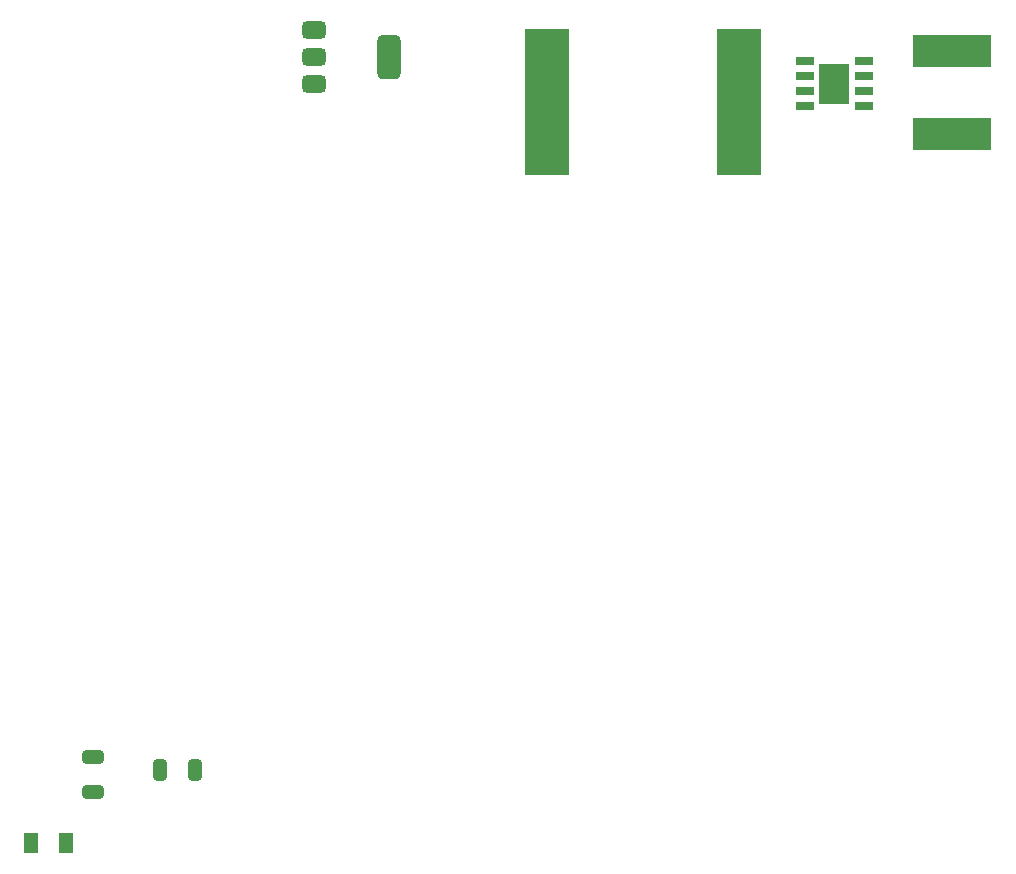
<source format=gbr>
%TF.GenerationSoftware,KiCad,Pcbnew,9.0.0*%
%TF.CreationDate,2025-03-25T01:25:05+01:00*%
%TF.ProjectId,FCCU-v2-schematic-pcb,46434355-2d76-4322-9d73-6368656d6174,rev?*%
%TF.SameCoordinates,Original*%
%TF.FileFunction,Paste,Bot*%
%TF.FilePolarity,Positive*%
%FSLAX46Y46*%
G04 Gerber Fmt 4.6, Leading zero omitted, Abs format (unit mm)*
G04 Created by KiCad (PCBNEW 9.0.0) date 2025-03-25 01:25:05*
%MOMM*%
%LPD*%
G01*
G04 APERTURE LIST*
G04 Aperture macros list*
%AMRoundRect*
0 Rectangle with rounded corners*
0 $1 Rounding radius*
0 $2 $3 $4 $5 $6 $7 $8 $9 X,Y pos of 4 corners*
0 Add a 4 corners polygon primitive as box body*
4,1,4,$2,$3,$4,$5,$6,$7,$8,$9,$2,$3,0*
0 Add four circle primitives for the rounded corners*
1,1,$1+$1,$2,$3*
1,1,$1+$1,$4,$5*
1,1,$1+$1,$6,$7*
1,1,$1+$1,$8,$9*
0 Add four rect primitives between the rounded corners*
20,1,$1+$1,$2,$3,$4,$5,0*
20,1,$1+$1,$4,$5,$6,$7,0*
20,1,$1+$1,$6,$7,$8,$9,0*
20,1,$1+$1,$8,$9,$2,$3,0*%
G04 Aperture macros list end*
%ADD10RoundRect,0.250000X0.325000X0.650000X-0.325000X0.650000X-0.325000X-0.650000X0.325000X-0.650000X0*%
%ADD11R,1.505000X0.802000*%
%ADD12R,2.613000X3.502000*%
%ADD13R,6.710000X2.730000*%
%ADD14R,1.150000X1.800000*%
%ADD15R,3.825000X12.320000*%
%ADD16RoundRect,0.375000X-0.625000X-0.375000X0.625000X-0.375000X0.625000X0.375000X-0.625000X0.375000X0*%
%ADD17RoundRect,0.500000X-0.500000X-1.400000X0.500000X-1.400000X0.500000X1.400000X-0.500000X1.400000X0*%
%ADD18RoundRect,0.250000X0.650000X-0.325000X0.650000X0.325000X-0.650000X0.325000X-0.650000X-0.325000X0*%
G04 APERTURE END LIST*
D10*
%TO.C,C19*%
X106625000Y-82100000D03*
X103675000Y-82100000D03*
%TD*%
D11*
%TO.C,U1*%
X163247500Y-22095000D03*
X163247500Y-23365000D03*
X163247500Y-24635000D03*
X163247500Y-25905000D03*
X158252500Y-25905000D03*
X158252500Y-24635000D03*
X158252500Y-23365000D03*
X158252500Y-22095000D03*
D12*
X160750000Y-24000000D03*
%TD*%
D13*
%TO.C,F1*%
X170750000Y-28240000D03*
X170750000Y-21260000D03*
%TD*%
D14*
%TO.C,ANT1*%
X95750000Y-88250000D03*
X92750000Y-88250000D03*
%TD*%
D15*
%TO.C,L1*%
X152723000Y-25550000D03*
X136477000Y-25550000D03*
%TD*%
D16*
%TO.C,U4*%
X116750000Y-24050000D03*
X116750000Y-21750000D03*
D17*
X123050000Y-21750000D03*
D16*
X116750000Y-19450000D03*
%TD*%
D18*
%TO.C,C22*%
X98000000Y-83975000D03*
X98000000Y-81025000D03*
%TD*%
M02*

</source>
